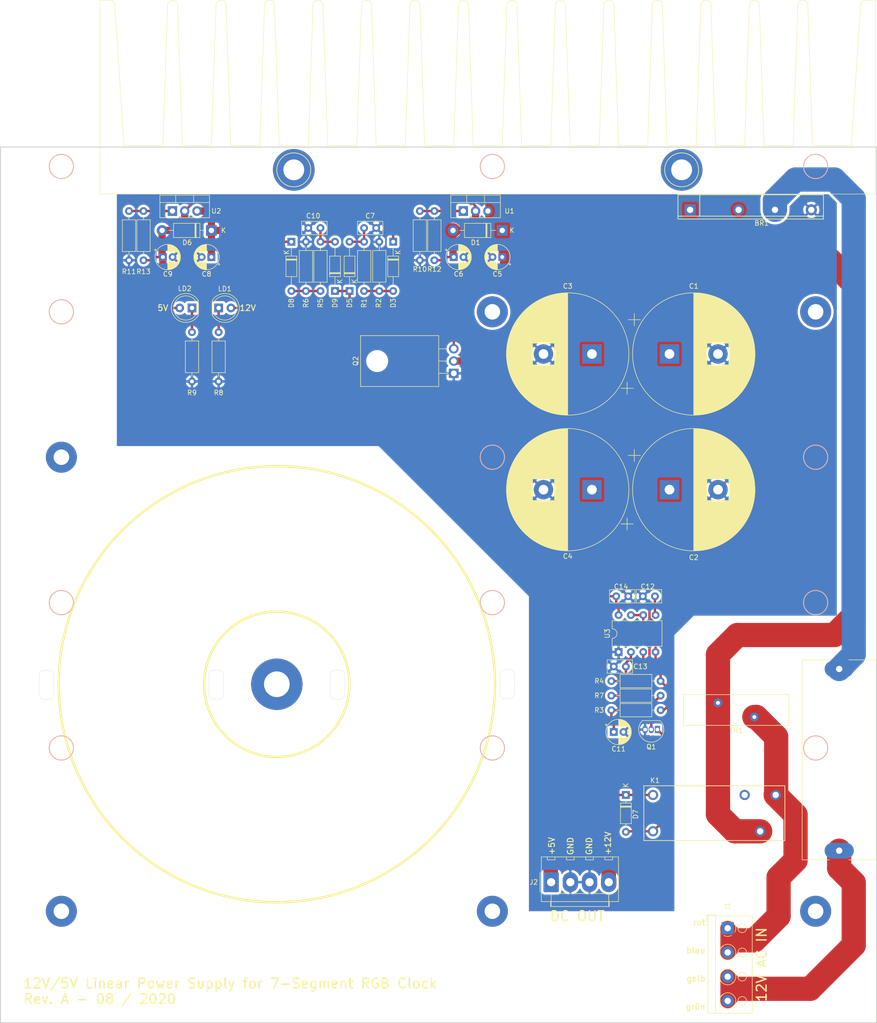
<source format=kicad_pcb>
(kicad_pcb (version 20171130) (host pcbnew "(5.1.4)-1")
  (layers (0 F.Cu signal) (31 B.Cu signal hide) (34 B.Paste user hide) (35 F.Paste user hide) (36 B.SilkS user hide) (37 F.SilkS user hide) (38 B.Mask user hide) (39 F.Mask user hide) (44 Edge.Cuts user))
  (net 0 "")
  (net 1 GND)
  (net 2 VDC)
  (net 3 +12V)
  (net 4 "Net-(C7-Pad1)")
  (net 5 +5V)
  (net 6 "Net-(C10-Pad1)")
  (net 7 "Net-(C11-Pad1)")
  (net 8 "Net-(C12-Pad1)")
  (net 9 "Net-(C13-Pad1)")
  (net 10 "Net-(D3-Pad2)")
  (net 11 "Net-(D7-Pad2)")
  (net 12 "Net-(D8-Pad2)")
  (net 13 "Net-(F1-Pad2)")
  (net 14 "Net-(Q1-Pad2)")
  (net 15 "Net-(R7-Pad1)")
  (net 16 "Net-(J1-Pad1)")
  (net 17 "Net-(BR1-Pad2)")
  (net 18 "Net-(BR1-Pad3)")
  (net 19 "Net-(LD1-Pad1)")
  (net 20 "Net-(LD2-Pad1)")
  (net 21 "Net-(R10-Pad1)")
  (net 22 "Net-(R11-Pad1)")
  (net 23 "Net-(D5-Pad1)")
  (net 24 "Net-(H1-Pad1)")
  (net 25 "Net-(H2-Pad1)")
  (net 26 "Net-(H3-Pad1)")
  (net 27 "Net-(H5-Pad1)")
  (net 28 "Net-(H6-Pad1)")
  (net 29 "Net-(H7-Pad1)")
  (net 30 "Net-(H10-Pad1)")
  (net 31 "Net-(H11-Pad1)")
  (net 32 "Net-(H12-Pad1)")
  (net 33 "Net-(K1-Pad12)")
  (module ak:Molex_KK-396_A-41791-0004_1x04_P3.96mm_Vertical (layer F.Cu) (at 133.58 251)
    (fp_text reference J2 (at -3.58 0) (layer F.SilkS))
    (fp_text value Conn_01x04)
    (pad 1 thru_hole roundrect (at 0 0) (size 3.16 4.1) (drill 1.7) (layers *.Cu *.Mask) (roundrect_rratio 0.079114) (net 5 +5V))
    (pad 2 thru_hole oval (at 3.96 0) (size 3.16 4.1) (drill 1.7) (layers *.Cu *.Mask) (net 1 GND))
    (pad 3 thru_hole oval (at 7.92 0) (size 3.16 4.1) (drill 1.7) (layers *.Cu *.Mask) (net 1 GND))
    (pad 4 thru_hole oval (at 11.88 0) (size 3.16 4.1) (drill 1.7) (layers *.Cu *.Mask) (net 3 +12V))
  )
  (module Fuse:Fuseholder_Cylinder-6.3x32mm_Schurter_0031-8002_Horizontal_Open (layer F.Cu) (at 193 207 270)
    (fp_text reference F1 (at 18.85 -8.65 90) (layer F.SilkS))
    (fp_text value 6A)
    (pad 1 thru_hole oval (at 0 0 270) (size 3.25 6) (drill 1.3) (layers *.Cu *.Mask) (net 18 "Net-(BR1-Pad3)"))
    (pad 2 thru_hole oval (at 37.5 0 270) (size 3.25 6) (drill 1.3) (layers *.Cu *.Mask) (net 13 "Net-(F1-Pad2)"))
    (pad "" np_thru_hole circle (at 18.75 0 270) (size 3.2 3.2) (drill 3.2) (layers *.Cu *.Mask))
  )
  (module Package_TO_SOT_THT:TO-220F-3_Horizontal_TabDown (layer F.Cu) (at 113.5 146 90)
    (fp_text reference Q2 (at 2.54 -20.22 90) (layer F.SilkS))
    (fp_text value MCR72)
    (pad 3 thru_hole oval (at 5.08 0 90) (size 1.905 2) (drill 1.2) (layers *.Cu *.Mask) (net 23 "Net-(D5-Pad1)"))
    (pad 2 thru_hole oval (at 2.54 0 90) (size 1.905 2) (drill 1.2) (layers *.Cu *.Mask) (net 2 VDC))
    (pad 1 thru_hole rect (at 0 0 90) (size 1.905 2) (drill 1.2) (layers *.Cu *.Mask) (net 1 GND))
    (pad "" np_thru_hole oval (at 2.54 -15.8 90) (size 3.5 3.5) (drill 3.5) (layers *.Cu *.Mask))
  )
  (module ak:GBJ (layer F.Cu) (at 162.25 112.25)
    (fp_text reference BR1 (at 14.75 2.75) (layer F.SilkS))
    (fp_text value D_Bridge_+AA-)
    (pad 4 thru_hole circle (at 25 0) (size 2.3 2.3) (drill 1.3) (layers *.Cu *.Mask) (net 1 GND))
    (pad 3 thru_hole circle (at 17.5 0) (size 2.3 2.3) (drill 1.3) (layers *.Cu *.Mask) (net 18 "Net-(BR1-Pad3)"))
    (pad 2 thru_hole circle (at 10 0) (size 2.3 2.3) (drill 1.3) (layers *.Cu *.Mask) (net 17 "Net-(BR1-Pad2)"))
    (pad 1 thru_hole rect (at 0 0) (size 2.3 2.3) (drill 1.3) (layers *.Cu *.Mask) (net 2 VDC))
  )
  (module Resistor_THT:R_Axial_DIN0207_L6.3mm_D2.5mm_P10.16mm_Horizontal (layer F.Cu) (at 49.5 122.66 90)
    (fp_text reference R13 (at -2.34 0 180) (layer F.SilkS))
    (fp_text value DNP)
    (pad 2 thru_hole oval (at 10.16 0 90) (size 1.6 1.6) (drill 0.8) (layers *.Cu *.Mask) (net 22 "Net-(R11-Pad1)"))
    (pad 1 thru_hole circle (at 0 0 90) (size 1.6 1.6) (drill 0.8) (layers *.Cu *.Mask) (net 5 +5V))
  )
  (module Resistor_THT:R_Axial_DIN0207_L6.3mm_D2.5mm_P10.16mm_Horizontal (layer F.Cu) (at 109.5 122.66 90)
    (fp_text reference R12 (at -1.84 0 180) (layer F.SilkS))
    (fp_text value DNP)
    (pad 2 thru_hole oval (at 10.16 0 90) (size 1.6 1.6) (drill 0.8) (layers *.Cu *.Mask) (net 21 "Net-(R10-Pad1)"))
    (pad 1 thru_hole circle (at 0 0 90) (size 1.6 1.6) (drill 0.8) (layers *.Cu *.Mask) (net 3 +12V))
  )
  (module Resistor_THT:R_Axial_DIN0207_L6.3mm_D2.5mm_P10.16mm_Horizontal (layer F.Cu) (at 46.5 112.5 270)
    (fp_text reference R11 (at 12.5 0 180) (layer F.SilkS))
    (fp_text value 0R)
    (pad 2 thru_hole oval (at 10.16 0 270) (size 1.6 1.6) (drill 0.8) (layers *.Cu *.Mask) (net 1 GND))
    (pad 1 thru_hole circle (at 0 0 270) (size 1.6 1.6) (drill 0.8) (layers *.Cu *.Mask) (net 22 "Net-(R11-Pad1)"))
  )
  (module Resistor_THT:R_Axial_DIN0207_L6.3mm_D2.5mm_P10.16mm_Horizontal (layer F.Cu) (at 106.5 112.5 270)
    (fp_text reference R10 (at 12 0 180) (layer F.SilkS))
    (fp_text value 0R)
    (pad 2 thru_hole oval (at 10.16 0 270) (size 1.6 1.6) (drill 0.8) (layers *.Cu *.Mask) (net 1 GND))
    (pad 1 thru_hole circle (at 0 0 270) (size 1.6 1.6) (drill 0.8) (layers *.Cu *.Mask) (net 21 "Net-(R10-Pad1)"))
  )
  (module Resistor_THT:R_Axial_DIN0207_L6.3mm_D2.5mm_P10.16mm_Horizontal (layer F.Cu) (at 59.5 137.5 270)
    (fp_text reference R9 (at 12.5 0 180) (layer F.SilkS))
    (fp_text value 180R)
    (pad 2 thru_hole oval (at 10.16 0 270) (size 1.6 1.6) (drill 0.8) (layers *.Cu *.Mask) (net 1 GND))
    (pad 1 thru_hole circle (at 0 0 270) (size 1.6 1.6) (drill 0.8) (layers *.Cu *.Mask) (net 20 "Net-(LD2-Pad1)"))
  )
  (module Resistor_THT:R_Axial_DIN0207_L6.3mm_D2.5mm_P10.16mm_Horizontal (layer F.Cu) (at 65 137.5 270)
    (fp_text reference R8 (at 12.5 0 180) (layer F.SilkS))
    (fp_text value 560R)
    (pad 2 thru_hole oval (at 10.16 0 270) (size 1.6 1.6) (drill 0.8) (layers *.Cu *.Mask) (net 1 GND))
    (pad 1 thru_hole circle (at 0 0 270) (size 1.6 1.6) (drill 0.8) (layers *.Cu *.Mask) (net 19 "Net-(LD1-Pad1)"))
  )
  (module LED_THT:LED_D5.0mm (layer F.Cu) (at 59.5 132.5 180)
    (fp_text reference LD2 (at 1.5 4) (layer F.SilkS))
    (fp_text value LED)
    (pad 2 thru_hole circle (at 2.54 0 180) (size 1.8 1.8) (drill 0.9) (layers *.Cu *.Mask) (net 5 +5V))
    (pad 1 thru_hole rect (at 0 0 180) (size 1.8 1.8) (drill 0.9) (layers *.Cu *.Mask) (net 20 "Net-(LD2-Pad1)"))
  )
  (module LED_THT:LED_D5.0mm (layer F.Cu) (at 65 132.5)
    (fp_text reference LD1 (at 1.27 -3.96) (layer F.SilkS))
    (fp_text value LED)
    (pad 2 thru_hole circle (at 2.54 0) (size 1.8 1.8) (drill 0.9) (layers *.Cu *.Mask) (net 3 +12V))
    (pad 1 thru_hole rect (at 0 0) (size 1.8 1.8) (drill 0.9) (layers *.Cu *.Mask) (net 19 "Net-(LD1-Pad1)"))
  )
  (module ak:lemonhead (layer F.Cu) (at 137 119)
    (fp_text reference LOGO1 hide)
    (fp_text value Lemonhead hide)
  )
  (module TerminalBlock_RND:TerminalBlock_RND_205-00003_1x04_P5.00mm_Horizontal (layer F.Cu) (at 170 260.5 270)
    (fp_text reference J1 (at -4.5 0 90) (layer F.SilkS))
    (fp_text value Screw_Terminal_01x04)
    (pad 4 thru_hole circle (at 15 0 270) (size 2.5 2.5) (drill 1.3) (layers *.Cu *.Mask) (net 13 "Net-(F1-Pad2)"))
    (pad 3 thru_hole circle (at 10 0 270) (size 2.5 2.5) (drill 1.3) (layers *.Cu *.Mask) (net 13 "Net-(F1-Pad2)"))
    (pad 2 thru_hole circle (at 5 0 270) (size 2.5 2.5) (drill 1.3) (layers *.Cu *.Mask) (net 16 "Net-(J1-Pad1)"))
    (pad 1 thru_hole rect (at 0 0 270) (size 2.5 2.5) (drill 1.3) (layers *.Cu *.Mask) (net 16 "Net-(J1-Pad1)"))
  )
  (module Capacitor_THT:C_Disc_D5.0mm_W2.5mm_P2.50mm (layer F.Cu) (at 147 192)
    (fp_text reference C14 (at 1 -2) (layer F.SilkS))
    (fp_text value 100nF)
    (pad 2 thru_hole circle (at 2.5 0) (size 1.6 1.6) (drill 0.8) (layers *.Cu *.Mask) (net 1 GND))
    (pad 1 thru_hole circle (at 0 0) (size 1.6 1.6) (drill 0.8) (layers *.Cu *.Mask) (net 3 +12V))
  )
  (module Diode_THT:D_DO-35_SOD27_P10.16mm_Horizontal (layer F.Cu) (at 89 129 90)
    (fp_text reference D9 (at -2.5 0 90) (layer F.SilkS))
    (fp_text value 1N4148)
    (fp_text user K (at 2 1 90) (layer F.SilkS))
    (pad 2 thru_hole oval (at 10.16 0 90) (size 1.6 1.6) (drill 0.8) (layers *.Cu *.Mask) (net 6 "Net-(C10-Pad1)"))
    (pad 1 thru_hole rect (at 0 0 90) (size 1.6 1.6) (drill 0.8) (layers *.Cu *.Mask) (net 23 "Net-(D5-Pad1)"))
  )
  (module Diode_THT:D_DO-35_SOD27_P10.16mm_Horizontal (layer F.Cu) (at 80 118.84 270)
    (fp_text reference D8 (at 12.66 0 90) (layer F.SilkS))
    (fp_text value 4V7)
    (fp_text user K (at 2.16 1 90) (layer F.SilkS))
    (pad 2 thru_hole oval (at 10.16 0 270) (size 1.6 1.6) (drill 0.8) (layers *.Cu *.Mask) (net 12 "Net-(D8-Pad2)"))
    (pad 1 thru_hole rect (at 0 0 270) (size 1.6 1.6) (drill 0.8) (layers *.Cu *.Mask) (net 5 +5V))
  )
  (module Diode_THT:D_DO-35_SOD27_P10.16mm_Horizontal (layer F.Cu) (at 92 129 90)
    (fp_text reference D5 (at -2.5 0 90) (layer F.SilkS))
    (fp_text value 1N4148)
    (fp_text user K (at 2 1 90) (layer F.SilkS))
    (pad 2 thru_hole oval (at 10.16 0 90) (size 1.6 1.6) (drill 0.8) (layers *.Cu *.Mask) (net 4 "Net-(C7-Pad1)"))
    (pad 1 thru_hole rect (at 0 0 90) (size 1.6 1.6) (drill 0.8) (layers *.Cu *.Mask) (net 23 "Net-(D5-Pad1)"))
  )
  (module Diode_THT:D_DO-35_SOD27_P10.16mm_Horizontal (layer F.Cu) (at 101 118.84 270)
    (fp_text reference D3 (at 12.66 0 90) (layer F.SilkS))
    (fp_text value 12V)
    (fp_text user K (at 2.16 -1 90) (layer F.SilkS))
    (pad 2 thru_hole oval (at 10.16 0 270) (size 1.6 1.6) (drill 0.8) (layers *.Cu *.Mask) (net 10 "Net-(D3-Pad2)"))
    (pad 1 thru_hole rect (at 0 0 270) (size 1.6 1.6) (drill 0.8) (layers *.Cu *.Mask) (net 3 +12V))
  )
  (module Diode_THT:D_DO-35_SOD27_P7.62mm_Horizontal (layer F.Cu) (at 149 233 270)
    (fp_text reference D7 (at 4 -2 90) (layer F.SilkS))
    (fp_text value 1N4148)
    (fp_text user K (at -2 0 90) (layer F.SilkS))
    (pad 2 thru_hole oval (at 7.62 0 270) (size 1.6 1.6) (drill 0.8) (layers *.Cu *.Mask) (net 11 "Net-(D7-Pad2)"))
    (pad 1 thru_hole rect (at 0 0 270) (size 1.6 1.6) (drill 0.8) (layers *.Cu *.Mask) (net 3 +12V))
  )
  (module MountingHole:MountingHole_5.3mm_M5_Pad (layer F.Cu) (at 77 210.15)
    (fp_text reference H12 hide)
    (fp_text value MountingHole_Pad)
    (pad 1 thru_hole circle (at 0 0) (size 10.6 10.6) (drill 5.3) (layers *.Cu *.Mask) (net 32 "Net-(H12-Pad1)"))
  )
  (module MountingHole:MountingHole_4.3mm_M4_Pad (layer F.Cu) (at 160.5 104)
    (fp_text reference H11 hide)
    (fp_text value MountingHole_Pad)
    (pad 1 thru_hole circle (at 0 0) (size 8.6 8.6) (drill 4.3) (layers *.Cu *.Mask) (net 31 "Net-(H11-Pad1)"))
  )
  (module MountingHole:MountingHole_4.3mm_M4_Pad (layer F.Cu) (at 80.5 104)
    (fp_text reference H10 hide)
    (fp_text value MountingHole_Pad)
    (pad 1 thru_hole circle (at 0 0) (size 8.6 8.6) (drill 4.3) (layers *.Cu *.Mask) (net 30 "Net-(H10-Pad1)"))
  )
  (module MountingHole:MountingHole_3.2mm_M3_Pad (layer F.Cu) (at 32.56 163.3)
    (fp_text reference H7 hide)
    (fp_text value MountingHole_Pad)
    (pad 1 thru_hole circle (at 0 0) (size 6.4 6.4) (drill 3.2) (layers *.Cu *.Mask) (net 29 "Net-(H7-Pad1)"))
  )
  (module MountingHole:MountingHole_3.2mm_M3_Pad (layer F.Cu) (at 121.46 133.3)
    (fp_text reference H6 hide)
    (fp_text value MountingHole_Pad)
    (pad 1 thru_hole circle (at 0 0) (size 6.4 6.4) (drill 3.2) (layers *.Cu *.Mask) (net 28 "Net-(H6-Pad1)"))
  )
  (module MountingHole:MountingHole_3.2mm_M3_Pad (layer F.Cu) (at 188.14 133.3)
    (fp_text reference H5 hide)
    (fp_text value MountingHole_Pad)
    (pad 1 thru_hole circle (at 0 0) (size 6.4 6.4) (drill 3.2) (layers *.Cu *.Mask) (net 27 "Net-(H5-Pad1)"))
  )
  (module MountingHole:MountingHole_3.2mm_M3_Pad (layer F.Cu) (at 188.14 257)
    (fp_text reference H3 hide)
    (fp_text value MountingHole_Pad)
    (pad 1 thru_hole circle (at 0 0) (size 6.4 6.4) (drill 3.2) (layers *.Cu *.Mask) (net 26 "Net-(H3-Pad1)"))
  )
  (module MountingHole:MountingHole_3.2mm_M3_Pad (layer F.Cu) (at 121.46 257)
    (fp_text reference H2 hide)
    (fp_text value MountingHole_Pad)
    (pad 1 thru_hole circle (at 0 0) (size 6.4 6.4) (drill 3.2) (layers *.Cu *.Mask) (net 25 "Net-(H2-Pad1)"))
  )
  (module MountingHole:MountingHole_3.2mm_M3_Pad (layer F.Cu) (at 32.56 257)
    (fp_text reference H1 hide)
    (fp_text value MountingHole_Pad)
    (pad 1 thru_hole circle (at 0 0) (size 6.4 6.4) (drill 3.2) (layers *.Cu *.Mask) (net 24 "Net-(H1-Pad1)"))
  )
  (module ak:HS-160x50 (layer F.Cu) (at 40.5 109)
    (fp_text reference HS1 hide)
    (fp_text value Heatsink)
  )
  (module Package_DIP:DIP-8_W7.62mm (layer F.Cu) (at 147.5 203.5 90)
    (fp_text reference U3 (at 3.81 -2.33 90) (layer F.SilkS))
    (fp_text value NE555P)
    (pad 8 thru_hole oval (at 7.62 0 90) (size 1.6 1.6) (drill 0.8) (layers *.Cu *.Mask) (net 3 +12V))
    (pad 4 thru_hole oval (at 0 7.62 90) (size 1.6 1.6) (drill 0.8) (layers *.Cu *.Mask) (net 3 +12V))
    (pad 7 thru_hole oval (at 7.62 2.54 90) (size 1.6 1.6) (drill 0.8) (layers *.Cu *.Mask) (net 7 "Net-(C11-Pad1)"))
    (pad 3 thru_hole oval (at 0 5.08 90) (size 1.6 1.6) (drill 0.8) (layers *.Cu *.Mask) (net 15 "Net-(R7-Pad1)"))
    (pad 6 thru_hole oval (at 7.62 5.08 90) (size 1.6 1.6) (drill 0.8) (layers *.Cu *.Mask) (net 7 "Net-(C11-Pad1)"))
    (pad 2 thru_hole oval (at 0 2.54 90) (size 1.6 1.6) (drill 0.8) (layers *.Cu *.Mask) (net 9 "Net-(C13-Pad1)"))
    (pad 5 thru_hole oval (at 7.62 7.62 90) (size 1.6 1.6) (drill 0.8) (layers *.Cu *.Mask) (net 8 "Net-(C12-Pad1)"))
    (pad 1 thru_hole rect (at 0 0 90) (size 1.6 1.6) (drill 0.8) (layers *.Cu *.Mask) (net 1 GND))
  )
  (module Package_TO_SOT_THT:TO-220-3_Vertical (layer F.Cu) (at 55.46 112.5)
    (fp_text reference U2 (at 9.04 0) (layer F.SilkS))
    (fp_text value LM1084-5)
    (pad 3 thru_hole oval (at 5.08 0) (size 1.905 2) (drill 1.1) (layers *.Cu *.Mask) (net 3 +12V))
    (pad 2 thru_hole oval (at 2.54 0) (size 1.905 2) (drill 1.1) (layers *.Cu *.Mask) (net 5 +5V))
    (pad 1 thru_hole rect (at 0 0) (size 1.905 2) (drill 1.1) (layers *.Cu *.Mask) (net 22 "Net-(R11-Pad1)"))
  )
  (module Package_TO_SOT_THT:TO-220-3_Vertical (layer F.Cu) (at 115.46 112.5)
    (fp_text reference U1 (at 9.54 0) (layer F.SilkS))
    (fp_text value LM1084-12)
    (pad 3 thru_hole oval (at 5.08 0) (size 1.905 2) (drill 1.1) (layers *.Cu *.Mask) (net 2 VDC))
    (pad 2 thru_hole oval (at 2.54 0) (size 1.905 2) (drill 1.1) (layers *.Cu *.Mask) (net 3 +12V))
    (pad 1 thru_hole rect (at 0 0) (size 1.905 2) (drill 1.1) (layers *.Cu *.Mask) (net 21 "Net-(R10-Pad1)"))
  )
  (module Varistor:RV_Disc_D21.5mm_W6.1mm_P7.5mm (layer F.Cu) (at 168 214)
    (fp_text reference TH1 (at 3.75 5.7) (layer F.SilkS))
    (fp_text value 5R)
    (pad 2 thru_hole circle (at 7.5 2.9) (size 1.8 1.8) (drill 0.8) (layers *.Cu *.Mask) (net 16 "Net-(J1-Pad1)"))
    (pad 1 thru_hole circle (at 0 0) (size 1.8 1.8) (drill 0.8) (layers *.Cu *.Mask) (net 17 "Net-(BR1-Pad2)"))
  )
  (module Resistor_THT:R_Axial_DIN0207_L6.3mm_D2.5mm_P10.16mm_Horizontal (layer F.Cu) (at 146 212.5)
    (fp_text reference R7 (at -2.5 0) (layer F.SilkS))
    (fp_text value 10k)
    (pad 1 thru_hole circle (at 0 0) (size 1.6 1.6) (drill 0.8) (layers *.Cu *.Mask) (net 15 "Net-(R7-Pad1)"))
    (pad 2 thru_hole oval (at 10.16 0) (size 1.6 1.6) (drill 0.8) (layers *.Cu *.Mask) (net 14 "Net-(Q1-Pad2)"))
  )
  (module Resistor_THT:R_Axial_DIN0207_L6.3mm_D2.5mm_P10.16mm_Horizontal (layer F.Cu) (at 83 129 90)
    (fp_text reference R6 (at -2.5 0 90) (layer F.SilkS))
    (fp_text value 470R)
    (pad 2 thru_hole oval (at 10.16 0 90) (size 1.6 1.6) (drill 0.8) (layers *.Cu *.Mask) (net 1 GND))
    (pad 1 thru_hole circle (at 0 0 90) (size 1.6 1.6) (drill 0.8) (layers *.Cu *.Mask) (net 12 "Net-(D8-Pad2)"))
  )
  (module Resistor_THT:R_Axial_DIN0207_L6.3mm_D2.5mm_P10.16mm_Horizontal (layer F.Cu) (at 156.16 209.5 180)
    (fp_text reference R4 (at 12.66 0) (layer F.SilkS))
    (fp_text value 100k)
    (pad 2 thru_hole oval (at 10.16 0 180) (size 1.6 1.6) (drill 0.8) (layers *.Cu *.Mask) (net 9 "Net-(C13-Pad1)"))
    (pad 1 thru_hole circle (at 0 0 180) (size 1.6 1.6) (drill 0.8) (layers *.Cu *.Mask) (net 3 +12V))
  )
  (module Resistor_THT:R_Axial_DIN0207_L6.3mm_D2.5mm_P10.16mm_Horizontal (layer F.Cu) (at 156.16 215.5 180)
    (fp_text reference R3 (at 12.66 0) (layer F.SilkS))
    (fp_text value 330k)
    (pad 2 thru_hole oval (at 10.16 0 180) (size 1.6 1.6) (drill 0.8) (layers *.Cu *.Mask) (net 7 "Net-(C11-Pad1)"))
    (pad 1 thru_hole circle (at 0 0 180) (size 1.6 1.6) (drill 0.8) (layers *.Cu *.Mask) (net 3 +12V))
  )
  (module Resistor_THT:R_Axial_DIN0207_L6.3mm_D2.5mm_P10.16mm_Horizontal (layer F.Cu) (at 86 118.84 270)
    (fp_text reference R5 (at 12.66 0 90) (layer F.SilkS))
    (fp_text value 100R)
    (pad 2 thru_hole oval (at 10.16 0 270) (size 1.6 1.6) (drill 0.8) (layers *.Cu *.Mask) (net 12 "Net-(D8-Pad2)"))
    (pad 1 thru_hole circle (at 0 0 270) (size 1.6 1.6) (drill 0.8) (layers *.Cu *.Mask) (net 6 "Net-(C10-Pad1)"))
  )
  (module Resistor_THT:R_Axial_DIN0207_L6.3mm_D2.5mm_P10.16mm_Horizontal (layer F.Cu) (at 98.14 129 90)
    (fp_text reference R2 (at -2.5 -0.14 90) (layer F.SilkS))
    (fp_text value 470R)
    (pad 1 thru_hole circle (at 0 0 90) (size 1.6 1.6) (drill 0.8) (layers *.Cu *.Mask) (net 10 "Net-(D3-Pad2)"))
    (pad 2 thru_hole oval (at 10.16 0 90) (size 1.6 1.6) (drill 0.8) (layers *.Cu *.Mask) (net 1 GND))
  )
  (module Resistor_THT:R_Axial_DIN0207_L6.3mm_D2.5mm_P10.16mm_Horizontal (layer F.Cu) (at 95 118.84 270)
    (fp_text reference R1 (at 12.66 0 90) (layer F.SilkS))
    (fp_text value 100R)
    (pad 2 thru_hole oval (at 10.16 0 270) (size 1.6 1.6) (drill 0.8) (layers *.Cu *.Mask) (net 10 "Net-(D3-Pad2)"))
    (pad 1 thru_hole circle (at 0 0 270) (size 1.6 1.6) (drill 0.8) (layers *.Cu *.Mask) (net 4 "Net-(C7-Pad1)"))
  )
  (module Package_TO_SOT_THT:TO-92_Inline (layer F.Cu) (at 155.5 219.5 180)
    (fp_text reference Q1 (at 1.27 -3.56) (layer F.SilkS))
    (fp_text value BC548)
    (pad 1 thru_hole rect (at 0 0 180) (size 1.05 1.5) (drill 0.75) (layers *.Cu *.Mask) (net 11 "Net-(D7-Pad2)"))
    (pad 3 thru_hole oval (at 2.54 0 180) (size 1.05 1.5) (drill 0.75) (layers *.Cu *.Mask) (net 1 GND))
    (pad 2 thru_hole oval (at 1.27 0 180) (size 1.05 1.5) (drill 0.75) (layers *.Cu *.Mask) (net 14 "Net-(Q1-Pad2)"))
  )
  (module ak:RY611012 (layer F.Cu) (at 173.5 233)
    (fp_text reference K1 (at -18.5 -3) (layer F.SilkS))
    (fp_text value RY611012)
    (pad A1 thru_hole circle (at -18.9 7.5) (size 2.1 2.1) (drill 1.3) (layers *.Cu *.Mask) (net 11 "Net-(D7-Pad2)"))
    (pad A2 thru_hole circle (at -18.9 0) (size 2.1 2.1) (drill 1.3) (layers *.Cu *.Mask) (net 3 +12V))
    (pad 11 thru_hole circle (at 3.2 7.5) (size 2.1 2.1) (drill 1.3) (layers *.Cu *.Mask) (net 17 "Net-(BR1-Pad2)"))
    (pad 14 thru_hole circle (at 6.4 0) (size 2.1 2.1) (drill 1.3) (layers *.Cu *.Mask) (net 16 "Net-(J1-Pad1)"))
    (pad 12 thru_hole circle (at 0 0) (size 2.1 2.1) (drill 1.3) (layers *.Cu *.Mask) (net 33 "Net-(K1-Pad12)"))
  )
  (module Diode_THT:D_DO-41_SOD81_P10.16mm_Horizontal (layer F.Cu) (at 63.5 116.5 180)
    (fp_text reference D6 (at 5 -2.5) (layer F.SilkS))
    (fp_text value 1N5819)
    (fp_text user K (at -2.5 0) (layer F.SilkS))
    (pad 2 thru_hole oval (at 10.16 0 180) (size 2.2 2.2) (drill 1.1) (layers *.Cu *.Mask) (net 5 +5V))
    (pad 1 thru_hole rect (at 0 0 180) (size 2.2 2.2) (drill 1.1) (layers *.Cu *.Mask) (net 3 +12V))
  )
  (module Diode_THT:D_DO-41_SOD81_P10.16mm_Horizontal (layer F.Cu) (at 123.5 116.5 180)
    (fp_text reference D1 (at 5.5 -2.5) (layer F.SilkS))
    (fp_text value 1N5819)
    (fp_text user K (at -2 0) (layer F.SilkS))
    (pad 2 thru_hole oval (at 10.16 0 180) (size 2.2 2.2) (drill 1.1) (layers *.Cu *.Mask) (net 3 +12V))
    (pad 1 thru_hole rect (at 0 0 180) (size 2.2 2.2) (drill 1.1) (layers *.Cu *.Mask) (net 2 VDC))
  )
  (module Capacitor_THT:C_Disc_D5.0mm_W2.5mm_P2.50mm (layer F.Cu) (at 149 206.5 180)
    (fp_text reference C13 (at -3 0) (layer F.SilkS))
    (fp_text value 100nF)
    (pad 2 thru_hole circle (at 2.5 0 180) (size 1.6 1.6) (drill 0.8) (layers *.Cu *.Mask) (net 1 GND))
    (pad 1 thru_hole circle (at 0 0 180) (size 1.6 1.6) (drill 0.8) (layers *.Cu *.Mask) (net 9 "Net-(C13-Pad1)"))
  )
  (module Capacitor_THT:C_Disc_D5.0mm_W2.5mm_P2.50mm (layer F.Cu) (at 155 192 180)
    (fp_text reference C12 (at 1.5 2) (layer F.SilkS))
    (fp_text value 100nF)
    (pad 2 thru_hole circle (at 2.5 0 180) (size 1.6 1.6) (drill 0.8) (layers *.Cu *.Mask) (net 1 GND))
    (pad 1 thru_hole circle (at 0 0 180) (size 1.6 1.6) (drill 0.8) (layers *.Cu *.Mask) (net 8 "Net-(C12-Pad1)"))
  )
  (module Capacitor_THT:CP_Radial_D5.0mm_P2.00mm (layer F.Cu) (at 146.5 220)
    (fp_text reference C11 (at 1 3.5) (layer F.SilkS))
    (fp_text value 10uF)
    (pad 2 thru_hole circle (at 2 0) (size 1.6 1.6) (drill 0.8) (layers *.Cu *.Mask) (net 1 GND))
    (pad 1 thru_hole rect (at 0 0) (size 1.6 1.6) (drill 0.8) (layers *.Cu *.Mask) (net 7 "Net-(C11-Pad1)"))
  )
  (module Capacitor_THT:C_Disc_D5.0mm_W2.5mm_P2.50mm (layer F.Cu) (at 86 116 180)
    (fp_text reference C10 (at 1.5 2.5) (layer F.SilkS))
    (fp_text value 100nF)
    (pad 2 thru_hole circle (at 2.5 0 180) (size 1.6 1.6) (drill 0.8) (layers *.Cu *.Mask) (net 1 GND))
    (pad 1 thru_hole circle (at 0 0 180) (size 1.6 1.6) (drill 0.8) (layers *.Cu *.Mask) (net 6 "Net-(C10-Pad1)"))
  )
  (module Capacitor_THT:CP_Radial_D5.0mm_P2.00mm (layer F.Cu) (at 53.5 122)
    (fp_text reference C9 (at 1 3.5) (layer F.SilkS))
    (fp_text value 10uF)
    (pad 2 thru_hole circle (at 2 0) (size 1.6 1.6) (drill 0.8) (layers *.Cu *.Mask) (net 1 GND))
    (pad 1 thru_hole rect (at 0 0) (size 1.6 1.6) (drill 0.8) (layers *.Cu *.Mask) (net 5 +5V))
  )
  (module Capacitor_THT:CP_Radial_D5.0mm_P2.00mm (layer F.Cu) (at 63.5 122 180)
    (fp_text reference C8 (at 1 -3.5) (layer F.SilkS))
    (fp_text value 10uF)
    (pad 2 thru_hole circle (at 2 0 180) (size 1.6 1.6) (drill 0.8) (layers *.Cu *.Mask) (net 1 GND))
    (pad 1 thru_hole rect (at 0 0 180) (size 1.6 1.6) (drill 0.8) (layers *.Cu *.Mask) (net 3 +12V))
  )
  (module Capacitor_THT:C_Disc_D5.0mm_W2.5mm_P2.50mm (layer F.Cu) (at 95 116)
    (fp_text reference C7 (at 1.25 -2.5) (layer F.SilkS))
    (fp_text value 100nF)
    (pad 2 thru_hole circle (at 2.5 0) (size 1.6 1.6) (drill 0.8) (layers *.Cu *.Mask) (net 1 GND))
    (pad 1 thru_hole circle (at 0 0) (size 1.6 1.6) (drill 0.8) (layers *.Cu *.Mask) (net 4 "Net-(C7-Pad1)"))
  )
  (module Capacitor_THT:CP_Radial_D5.0mm_P2.00mm (layer F.Cu) (at 113.5 122)
    (fp_text reference C6 (at 1 3.5) (layer F.SilkS))
    (fp_text value 10uF)
    (pad 2 thru_hole circle (at 2 0) (size 1.6 1.6) (drill 0.8) (layers *.Cu *.Mask) (net 1 GND))
    (pad 1 thru_hole rect (at 0 0) (size 1.6 1.6) (drill 0.8) (layers *.Cu *.Mask) (net 3 +12V))
  )
  (module Capacitor_THT:CP_Radial_D5.0mm_P2.00mm (layer F.Cu) (at 123.5 122 180)
    (fp_text reference C5 (at 1 -3.5) (layer F.SilkS))
    (fp_text value 10uF)
    (pad 2 thru_hole circle (at 2 0 180) (size 1.6 1.6) (drill 0.8) (layers *.Cu *.Mask) (net 1 GND))
    (pad 1 thru_hole rect (at 0 0 180) (size 1.6 1.6) (drill 0.8) (layers *.Cu *.Mask) (net 2 VDC))
  )
  (module Capacitor_THT:CP_Radial_D25.0mm_P10.00mm_SnapIn (layer F.Cu) (at 142 170 180)
    (fp_text reference C4 (at 5 -13.75) (layer F.SilkS))
    (fp_text value 4700uF)
    (pad 2 thru_hole circle (at 10 0 180) (size 4 4) (drill 2) (layers *.Cu *.Mask) (net 1 GND))
    (pad 1 thru_hole rect (at 0 0 180) (size 4 4) (drill 2) (layers *.Cu *.Mask) (net 2 VDC))
  )
  (module Capacitor_THT:CP_Radial_D25.0mm_P10.00mm_SnapIn (layer F.Cu) (at 142 142 180)
    (fp_text reference C3 (at 5 14) (layer F.SilkS))
    (fp_text value 4700uF)
    (pad 2 thru_hole circle (at 10 0 180) (size 4 4) (drill 2) (layers *.Cu *.Mask) (net 1 GND))
    (pad 1 thru_hole rect (at 0 0 180) (size 4 4) (drill 2) (layers *.Cu *.Mask) (net 2 VDC))
  )
  (module Capacitor_THT:CP_Radial_D25.0mm_P10.00mm_SnapIn (layer F.Cu) (at 158 170)
    (fp_text reference C2 (at 5 14) (layer F.SilkS))
    (fp_text value 4700uF)
    (pad 2 thru_hole circle (at 10 0) (size 4 4) (drill 2) (layers *.Cu *.Mask) (net 1 GND))
    (pad 1 thru_hole rect (at 0 0) (size 4 4) (drill 2) (layers *.Cu *.Mask) (net 2 VDC))
  )
  (module Capacitor_THT:CP_Radial_D25.0mm_P10.00mm_SnapIn (layer F.Cu) (at 158 142)
    (fp_text reference C1 (at 5 -14) (layer F.SilkS))
    (fp_text value 4700uF)
    (pad 2 thru_hole circle (at 10 0) (size 4 4) (drill 2) (layers *.Cu *.Mask) (net 1 GND))
    (pad 1 thru_hole rect (at 0 0) (size 4 4) (drill 2) (layers *.Cu *.Mask) (net 2 VDC))
  )
  (gr_text 12V (at 71 132.5) (layer F.SilkS) (effects (font (size 1.2 1.2) (thickness 0.2))))
  (gr_text 5V (at 53.5 132.5) (layer F.SilkS) (effects (font (size 1.2 1.2) (thickness 0.2))))
  (gr_text "12V/5V Linear Power Supply for 7-Segment RGB Clock\nRev. A - 08 / 2020" (at 24.5 273.5) (layer F.SilkS) (effects (font (size 2 2) (thickness 0.3)) (justify left)))
  (gr_text "DC OUT" (at 139 258) (layer F.SilkS) (effects (font (size 2 2) (thickness 0.3))))
  (gr_text "12V AC IN" (at 177 268 90) (layer F.SilkS) (effects (font (size 2 2) (thickness 0.3))))
  (gr_text "+5V\n\nGND\n\nGND\n\n+12V" (at 139.5 245.5 90) (layer F.SilkS) (effects (font (size 1.2 1.2) (thickness 0.2)) (justify left)))
  (gr_text "rot\n\n\nblau\n\n\ngelb\n\n\ngrün" (at 165.5 268) (layer F.SilkS) (effects (font (size 1.2 1.2) (thickness 0.2)) (justify right)))
  (gr_circle (center 121.46 103.3) (end 123.96 103.3) (layer B.SilkS) (width 0.2))
  (gr_circle (center 32.56 193.3) (end 35.06 193.3) (layer B.SilkS) (width 0.2))
  (gr_circle (center 188.14 103.300001) (end 190.64 103.300001) (layer B.SilkS) (width 0.2))
  (gr_circle (center 188.14 193.300001) (end 190.64 193.300001) (layer B.SilkS) (width 0.2))
  (gr_circle (center 32.56 133.3) (end 35.06 133.3) (layer B.SilkS) (width 0.2))
  (gr_circle (center 188.14 163.300001) (end 190.64 163.300001) (layer B.SilkS) (width 0.2))
  (gr_circle (center 121.46 223.3) (end 123.96 223.3) (layer B.SilkS) (width 0.2))
  (gr_circle (center 121.46 193.3) (end 123.96 193.3) (layer B.SilkS) (width 0.2))
  (gr_circle (center 188.14 223.300001) (end 190.64 223.300001) (layer B.SilkS) (width 0.2))
  (gr_circle (center 32.56 103.3) (end 35.06 103.3) (layer B.SilkS) (width 0.2))
  (gr_circle (center 32.56 223.3) (end 35.06 223.3) (layer B.SilkS) (width 0.2))
  (gr_circle (center 121.46 163.3) (end 123.96 163.3) (layer B.SilkS) (width 0.2))
  (gr_arc (start 30 212.3) (end 30 213.3) (angle -90) (layer Edge.Cuts) (width 0.05))
  (gr_line (start 30 213.3) (end 29 213.3) (layer Edge.Cuts) (width 0.05))
  (gr_line (start 31 208.3) (end 31 212.3) (layer Edge.Cuts) (width 0.05))
  (gr_arc (start 29 212.3) (end 28 212.3) (angle -90) (layer Edge.Cuts) (width 0.05))
  (gr_line (start 28 212.3) (end 28 208.3) (layer Edge.Cuts) (width 0.05))
  (gr_arc (start 29 208.3) (end 29 207.3) (angle -90) (layer Edge.Cuts) (width 0.05))
  (gr_line (start 29 207.3) (end 30 207.3) (layer Edge.Cuts) (width 0.05))
  (gr_arc (start 30 208.3) (end 31 208.3) (angle -90) (layer Edge.Cuts) (width 0.05))
  (gr_line (start 123 212.15) (end 123 208.15) (layer Edge.Cuts) (width 0.05))
  (gr_line (start 126 208.15) (end 126 212.15) (layer Edge.Cuts) (width 0.05))
  (gr_arc (start 125 212.15) (end 125 213.15) (angle -90) (layer Edge.Cuts) (width 0.05))
  (gr_arc (start 124 212.15) (end 123 212.15) (angle -90) (layer Edge.Cuts) (width 0.05))
  (gr_line (start 124 207.15) (end 125 207.15) (layer Edge.Cuts) (width 0.05))
  (gr_line (start 125 213.15) (end 124 213.15) (layer Edge.Cuts) (width 0.05))
  (gr_arc (start 124 208.15) (end 124 207.15) (angle -90) (layer Edge.Cuts) (width 0.05))
  (gr_arc (start 125 208.15) (end 126 208.15) (angle -90) (layer Edge.Cuts) (width 0.05))
  (gr_line (start 66 208.25) (end 66 212.25) (layer Edge.Cuts) (width 0.05))
  (gr_line (start 63 212.25) (end 63 208.25) (layer Edge.Cuts) (width 0.05))
  (gr_arc (start 64 208.25) (end 64 207.25) (angle -90) (layer Edge.Cuts) (width 0.05))
  (gr_arc (start 65 208.25) (end 66 208.25) (angle -90) (layer Edge.Cuts) (width 0.05))
  (gr_line (start 65 213.25) (end 64 213.25) (layer Edge.Cuts) (width 0.05))
  (gr_line (start 64 207.25) (end 65 207.25) (layer Edge.Cuts) (width 0.05))
  (gr_arc (start 65 212.25) (end 65 213.25) (angle -90) (layer Edge.Cuts) (width 0.05))
  (gr_arc (start 64 212.25) (end 63 212.25) (angle -90) (layer Edge.Cuts) (width 0.05))
  (gr_line (start 89 207.25) (end 90 207.25) (layer Edge.Cuts) (width 0.05))
  (gr_line (start 88 212.25) (end 88 208.25) (layer Edge.Cuts) (width 0.05))
  (gr_line (start 90 213.25) (end 89 213.25) (layer Edge.Cuts) (width 0.05))
  (gr_line (start 91 208.25) (end 91 212.25) (layer Edge.Cuts) (width 0.05))
  (gr_arc (start 90 212.25) (end 90 213.25) (angle -90) (layer Edge.Cuts) (width 0.05))
  (gr_arc (start 89 212.25) (end 88 212.25) (angle -90) (layer Edge.Cuts) (width 0.05))
  (gr_arc (start 90 208.25) (end 91 208.25) (angle -90) (layer Edge.Cuts) (width 0.05))
  (gr_arc (start 89 208.25) (end 89 207.25) (angle -90) (layer Edge.Cuts) (width 0.05))
  (gr_circle (center 77 210.15) (end 92 210.15) (layer F.SilkS) (width 0.5))
  (gr_circle (center 77 210.15) (end 122 210.15) (layer F.SilkS) (width 0.5))
  (gr_line (start 20 99.300001) (end 200.7 99.300001) (layer Edge.Cuts) (width 0.2))
  (gr_line (start 20 280) (end 20 99.300001) (layer Edge.Cuts) (width 0.2))
  (gr_line (start 200.7 280) (end 20 280) (layer Edge.Cuts) (width 0.2))
  (gr_line (start 200.7 99.300001) (end 200.7 280) (layer Edge.Cuts) (width 0.2))
  (segment (start 123.5 114) (end 123.5 116.5) (width 1.5) (layer F.Cu) (net 2))
  (segment (start 120.54 112.5) (end 122 112.5) (width 1.5) (layer F.Cu) (net 2))
  (segment (start 122 112.5) (end 123.5 114) (width 1.5) (layer F.Cu) (net 2))
  (segment (start 123.5 116.5) (end 123.5 122) (width 1.5) (layer F.Cu) (net 2))
  (segment (start 118.96 143.46) (end 119 143.5) (width 1.5) (layer F.Cu) (net 2))
  (segment (start 113.5 143.46) (end 118.96 143.46) (width 1.5) (layer F.Cu) (net 2))
  (segment (start 142 142) (end 142 142.5) (width 5) (layer F.Cu) (net 2))
  (segment (start 142 142.5) (end 135 149.5) (width 5) (layer F.Cu) (net 2))
  (segment (start 142 156.5) (end 135 149.5) (width 5) (layer F.Cu) (net 2))
  (segment (start 142 170) (end 142 156.5) (width 5) (layer F.Cu) (net 2))
  (segment (start 117.96 143.46) (end 118 143.5) (width 5) (layer F.Cu) (net 2))
  (segment (start 121.46 143.46) (end 117.96 143.46) (width 5) (layer F.Cu) (net 2))
  (segment (start 118 143.5) (end 119 143.5) (width 5) (layer F.Cu) (net 2))
  (segment (start 135 149.5) (end 127.5 149.5) (width 5) (layer F.Cu) (net 2))
  (segment (start 127.5 149.5) (end 121.46 143.46) (width 5) (layer F.Cu) (net 2))
  (segment (start 63.5 116.5) (end 63.5 122) (width 1.5) (layer F.Cu) (net 3))
  (segment (start 63.5 114) (end 63.5 116.5) (width 1.5) (layer F.Cu) (net 3))
  (segment (start 60.54 112.5) (end 62 112.5) (width 1.5) (layer F.Cu) (net 3))
  (segment (start 62 112.5) (end 63.5 114) (width 1.5) (layer F.Cu) (net 3))
  (segment (start 118 112.5) (end 118 115) (width 1.5) (layer F.Cu) (net 3))
  (segment (start 113.34 121.84) (end 113.5 122) (width 1.5) (layer F.Cu) (net 3))
  (segment (start 113.34 116.5) (end 113.34 121.84) (width 1.5) (layer F.Cu) (net 3))
  (segment (start 140.66 217.16) (end 140.5 217) (width 0.5) (layer F.Cu) (net 3))
  (segment (start 140.5 217) (end 140.5 191.5) (width 3) (layer F.Cu) (net 3))
  (segment (start 153.869999 196.480001) (end 153.869999 194.869999) (width 0.5) (layer F.Cu) (net 3))
  (segment (start 155.12 203.5) (end 155.12 197.730002) (width 0.5) (layer F.Cu) (net 3))
  (segment (start 155.12 197.730002) (end 153.869999 196.480001) (width 0.5) (layer F.Cu) (net 3))
  (segment (start 153 194) (end 147.5 194) (width 0.5) (layer F.Cu) (net 3))
  (segment (start 147.5 195.88) (end 147.5 194) (width 0.5) (layer F.Cu) (net 3))
  (segment (start 153.869999 194.869999) (end 153 194) (width 0.5) (layer F.Cu) (net 3))
  (segment (start 155.12 203.5) (end 155.12 206.12) (width 0.5) (layer F.Cu) (net 3))
  (segment (start 156.16 207.16) (end 156.16 209.5) (width 0.5) (layer F.Cu) (net 3))
  (segment (start 155.12 206.12) (end 156.16 207.16) (width 0.5) (layer F.Cu) (net 3))
  (segment (start 147 193.5) (end 147.5 194) (width 0.5) (layer F.Cu) (net 3))
  (segment (start 147 192) (end 147 193.5) (width 0.5) (layer F.Cu) (net 3))
  (segment (start 156.83 215.5) (end 156.16 215.5) (width 0.5) (layer F.Cu) (net 3))
  (segment (start 158 214.33) (end 156.83 215.5) (width 0.5) (layer F.Cu) (net 3))
  (segment (start 156.16 209.5) (end 158 211.34) (width 0.5) (layer F.Cu) (net 3))
  (segment (start 158 211.34) (end 158 214.33) (width 0.5) (layer F.Cu) (net 3))
  (segment (start 78 152) (end 71 145) (width 3) (layer F.Cu) (net 3))
  (segment (start 140.5 191.5) (end 101 152) (width 3) (layer F.Cu) (net 3))
  (segment (start 71 122) (end 68 119) (width 3) (layer F.Cu) (net 3))
  (segment (start 101 152) (end 78 152) (width 3) (layer F.Cu) (net 3))
  (segment (start 140.5 217) (end 140.5 230.5) (width 3) (layer F.Cu) (net 3))
  (segment (start 140.5 233.5) (end 140.5 234.5) (width 3) (layer F.Cu) (net 3))
  (segment (start 154.6 233) (end 149 233) (width 0.5) (layer F.Cu) (net 3))
  (segment (start 141 233) (end 140.5 233.5) (width 0.5) (layer F.Cu) (net 3))
  (segment (start 141 234.5) (end 142.5 233) (width 0.5) (layer F.Cu) (net 3))
  (segment (start 140.5 234.5) (end 141 234.5) (width 0.5) (layer F.Cu) (net 3))
  (segment (start 149 233) (end 142.5 233) (width 0.5) (layer F.Cu) (net 3))
  (segment (start 142.5 233) (end 141 233) (width 0.5) (layer F.Cu) (net 3))
  (segment (start 142.5 233) (end 140.5 231) (width 0.5) (layer F.Cu) (net 3))
  (segment (start 140.5 230.5) (end 140.5 231) (width 3) (layer F.Cu) (net 3))
  (segment (start 140.5 231) (end 140.5 233.5) (width 3) (layer F.Cu) (net 3))
  (segment (start 145.46 246.71) (end 145.46 251) (width 3) (layer F.Cu) (net 3))
  (segment (start 140.5 234.5) (end 140.5 241.75) (width 3) (layer F.Cu) (net 3))
  (segment (start 140.5 241.75) (end 145.46 246.71) (width 3) (layer F.Cu) (net 3))
  (segment (start 118 115) (end 116.5 116.5) (width 1.5) (layer F.Cu) (net 3))
  (segment (start 116.5 116.5) (end 113.34 116.5) (width 1.5) (layer F.Cu) (net 3))
  (segment (start 145 192) (end 144 191) (width 0.5) (layer F.Cu) (net 3))
  (segment (start 147 192) (end 145 192) (width 0.5) (layer F.Cu) (net 3))
  (segment (start 144 191) (end 141 191) (width 0.5) (layer F.Cu) (net 3))
  (segment (start 141 191) (end 140.5 191.5) (width 0.5) (layer F.Cu) (net 3))
  (segment (start 63.5 116.5) (end 65.5 116.5) (width 1.5) (layer F.Cu) (net 3))
  (segment (start 65.5 116.5) (end 68 119) (width 1.5) (layer F.Cu) (net 3))
  (segment (start 66.75 117.75) (end 72 123) (width 3) (layer F.Cu) (net 3))
  (segment (start 71 125) (end 73 123) (width 3) (layer F.Cu) (net 3))
  (segment (start 71 125.5) (end 71 125) (width 3) (layer F.Cu) (net 3))
  (segment (start 71 125.5) (end 71 122) (width 3) (layer F.Cu) (net 3))
  (segment (start 72 123) (end 73 123) (width 3) (layer F.Cu) (net 3))
  (segment (start 70.5 132.5) (end 71 132) (width 0.5) (layer F.Cu) (net 3))
  (segment (start 71 145) (end 71 132) (width 3) (layer F.Cu) (net 3))
  (segment (start 67.54 132.5) (end 70.5 132.5) (width 0.5) (layer F.Cu) (net 3))
  (segment (start 71 132) (end 71 125.5) (width 3) (layer F.Cu) (net 3))
  (segment (start 118 111.5) (end 118 112.5) (width 0.5) (layer F.Cu) (net 3))
  (segment (start 117 110.5) (end 118 111.5) (width 0.5) (layer F.Cu) (net 3))
  (segment (start 104.5 110.5) (end 117 110.5) (width 0.5) (layer F.Cu) (net 3))
  (segment (start 101 118.84) (end 101 114) (width 0.5) (layer F.Cu) (net 3))
  (segment (start 101 114) (end 104.5 110.5) (width 0.5) (layer F.Cu) (net 3))
  (segment (start 108 116.5) (end 113.34 116.5) (width 3) (layer F.Cu) (net 3))
  (segment (start 73 123) (end 101.5 123) (width 3) (layer F.Cu) (net 3))
  (segment (start 101.5 123) (end 108 116.5) (width 3) (layer F.Cu) (net 3))
  (segment (start 111.34 122.66) (end 109.5 122.66) (width 0.5) (layer F.Cu) (net 3))
  (segment (start 113.5 122) (end 112 122) (width 0.5) (layer F.Cu) (net 3))
  (segment (start 112 122) (end 111.34 122.66) (width 0.5) (layer F.Cu) (net 3))
  (segment (start 92 118.84) (end 95 118.84) (width 0.5) (layer F.Cu) (net 4))
  (segment (start 95 118.84) (end 95 116) (width 0.5) (layer F.Cu) (net 4))
  (segment (start 56.5 116.5) (end 53.34 116.5) (width 1.5) (layer F.Cu) (net 5))
  (segment (start 58 115) (end 56.5 116.5) (width 1.5) (layer F.Cu) (net 5))
  (segment (start 58 112.5) (end 58 115) (width 1.5) (layer F.Cu) (net 5))
  (segment (start 53.34 121.84) (end 53.5 122) (width 1.5) (layer F.Cu) (net 5))
  (segment (start 53.34 116.5) (end 53.34 121.84) (width 1.5) (layer F.Cu) (net 5))
  (segment (start 53.5 128.5) (end 53.5 122) (width 1.5) (layer F.Cu) (net 5))
  (segment (start 60 110.5) (end 58 112.5) (width 0.5) (layer F.Cu) (net 5))
  (segment (start 67 110.5) (end 60 110.5) (width 0.5) (layer F.Cu) (net 5))
  (segment (start 80 118.84) (end 75.34 118.84) (width 0.5) (layer F.Cu) (net 5))
  (segment (start 75.34 118.84) (end 67 110.5) (width 0.5) (layer F.Cu) (net 5))
  (segment (start 133.5 250.92) (end 133.5 193.5) (width 3) (layer F.Cu) (net 5))
  (segment (start 133.58 251) (end 133.5 250.92) (width 3) (layer F.Cu) (net 5))
  (segment (start 133.5 193.5) (end 98.5 158.5) (width 3) (layer F.Cu) (net 5))
  (segment (start 98.5 158.5) (end 61.5 158.5) (width 3) (layer F.Cu) (net 5))
  (segment (start 61.5 158.5) (end 53.5 150.5) (width 3) (layer F.Cu) (net 5))
  (segment (start 56.96 132.5) (end 53.5 132.5) (width 0.5) (layer F.Cu) (net 5))
  (segment (start 53.5 150.5) (end 53.5 132.5) (width 3) (layer F.Cu) (net 5))
  (segment (start 53.5 132.5) (end 53.5 125) (width 3) (layer F.Cu) (net 5))
  (segment (start 51.66 122) (end 51 122.66) (width 0.5) (layer F.Cu) (net 5))
  (segment (start 53.5 122) (end 51.66 122) (width 0.5) (layer F.Cu) (net 5))
  (segment (start 51 122.66) (end 49.5 122.66) (width 0.5) (layer F.Cu) (net 5))
  (segment (start 86 116) (end 86 118.84) (width 0.5) (layer F.Cu) (net 6))
  (segment (start 89 118.84) (end 86 118.84) (width 0.5) (layer F.Cu) (net 6))
  (segment (start 150.04 195.88) (end 152.58 195.88) (width 0.5) (layer F.Cu) (net 7))
  (segment (start 146 215.5) (end 151.5 215.5) (width 0.5) (layer F.Cu) (net 7))
  (segment (start 153.869999 213.130001) (end 153.869999 198.869999) (width 0.5) (layer F.Cu) (net 7))
  (segment (start 151.5 215.5) (end 153.869999 213.130001) (width 0.5) (layer F.Cu) (net 7))
  (segment (start 152.58 197.58) (end 152.58 195.88) (width 0.5) (layer F.Cu) (net 7))
  (segment (start 153.869999 198.869999) (end 152.58 197.58) (width 0.5) (layer F.Cu) (net 7))
  (segment (start 146 215.5) (end 146 218) (width 0.5) (layer F.Cu) (net 7))
  (segment (start 146.5 218.5) (end 146.5 220) (width 0.5) (layer F.Cu) (net 7))
  (segment (start 146 218) (end 146.5 218.5) (width 0.5) (layer F.Cu) (net 7))
  (segment (start 155 195.76) (end 155.12 195.88) (width 0.5) (layer F.Cu) (net 8))
  (segment (start 155 192) (end 155 195.76) (width 0.5) (layer F.Cu) (net 8))
  (segment (start 149 208) (end 149 206.5) (width 0.5) (layer F.Cu) (net 9))
  (segment (start 146 209.5) (end 147.5 209.5) (width 0.5) (layer F.Cu) (net 9))
  (segment (start 147.5 209.5) (end 149 208) (width 0.5) (layer F.Cu) (net 9))
  (segment (start 149 205.75) (end 149 206.5) (width 0.5) (layer F.Cu) (net 9))
  (segment (start 150.04 203.5) (end 150.04 204.71) (width 0.5) (layer F.Cu) (net 9))
  (segment (start 150.04 204.71) (end 149 205.75) (width 0.5) (layer F.Cu) (net 9))
  (segment (start 101 129) (end 98.14 129) (width 0.5) (layer F.Cu) (net 10))
  (segment (start 98.14 129) (end 95 129) (width 0.5) (layer F.Cu) (net 10))
  (segment (start 157 238.1) (end 154.6 240.5) (width 0.5) (layer F.Cu) (net 11))
  (segment (start 155.5 219.5) (end 157 221) (width 0.5) (layer F.Cu) (net 11))
  (segment (start 157 221) (end 157 238.1) (width 0.5) (layer F.Cu) (net 11))
  (segment (start 149.12 240.5) (end 149 240.62) (width 0.5) (layer F.Cu) (net 11))
  (segment (start 154.6 240.5) (end 149.12 240.5) (width 0.5) (layer F.Cu) (net 11))
  (segment (start 80 129) (end 83 129) (width 0.5) (layer F.Cu) (net 12))
  (segment (start 83 129) (end 86 129) (width 0.5) (layer F.Cu) (net 12))
  (segment (start 170 270.5) (end 170 275.5) (width 3) (layer F.Cu) (net 13))
  (segment (start 173 272.5) (end 170 275.5) (width 3) (layer F.Cu) (net 13))
  (segment (start 172 272.5) (end 170 270.5) (width 3) (layer F.Cu) (net 13))
  (segment (start 173 272.5) (end 172 272.5) (width 3) (layer F.Cu) (net 13))
  (segment (start 187 273) (end 172.5 273) (width 5) (layer F.Cu) (net 13))
  (segment (start 196 264) (end 187 273) (width 5) (layer F.Cu) (net 13))
  (segment (start 196 251.125) (end 196 264) (width 5) (layer F.Cu) (net 13))
  (segment (start 193 244.5) (end 193 248.125) (width 5) (layer F.Cu) (net 13))
  (segment (start 193 248.125) (end 196 251.125) (width 5) (layer F.Cu) (net 13))
  (segment (start 156.16 212.5) (end 154.23 214.43) (width 0.5) (layer F.Cu) (net 14))
  (segment (start 154.23 214.43) (end 154.23 219.5) (width 0.5) (layer F.Cu) (net 14))
  (segment (start 146 212.5) (end 151 212.5) (width 0.5) (layer F.Cu) (net 15))
  (segment (start 152.58 210.92) (end 152.58 203.5) (width 0.5) (layer F.Cu) (net 15))
  (segment (start 151 212.5) (end 152.58 210.92) (width 0.5) (layer F.Cu) (net 15))
  (segment (start 170 260.5) (end 170 265.5) (width 3) (layer F.Cu) (net 16))
  (segment (start 172.5 263) (end 170 260.5) (width 3) (layer F.Cu) (net 16))
  (segment (start 172.5 263) (end 170 265.5) (width 3) (layer F.Cu) (net 16))
  (segment (start 175.5 263) (end 172.5 263) (width 5) (layer F.Cu) (net 16))
  (segment (start 184 237.1) (end 184 246.5) (width 5) (layer F.Cu) (net 16))
  (segment (start 179.9 233) (end 184 237.1) (width 5) (layer F.Cu) (net 16))
  (segment (start 184 246.5) (end 180.5 250) (width 5) (layer F.Cu) (net 16))
  (segment (start 180.5 250) (end 180.5 258) (width 5) (layer F.Cu) (net 16))
  (segment (start 180.5 258) (end 175.5 263) (width 5) (layer F.Cu) (net 16))
  (segment (start 180 221) (end 180 232.9) (width 5) (layer F.Cu) (net 16))
  (segment (start 175.5 216.9) (end 175.9 216.9) (width 5) (layer F.Cu) (net 16))
  (segment (start 175.9 216.9) (end 180 221) (width 5) (layer F.Cu) (net 16))
  (segment (start 171.5 240.5) (end 176.7 240.5) (width 5) (layer F.Cu) (net 17))
  (segment (start 168 214) (end 168 237) (width 5) (layer F.Cu) (net 17))
  (segment (start 168 237) (end 171.5 240.5) (width 5) (layer F.Cu) (net 17))
  (segment (start 168 204) (end 168 214) (width 5) (layer F.Cu) (net 17))
  (segment (start 172 200) (end 168 204) (width 5) (layer F.Cu) (net 17))
  (segment (start 192 200) (end 172 200) (width 5) (layer F.Cu) (net 17))
  (segment (start 196 196) (end 192 200) (width 5) (layer F.Cu) (net 17))
  (segment (start 172.25 117.25) (end 176 121) (width 5) (layer F.Cu) (net 17))
  (segment (start 172.25 112.25) (end 172.25 117.25) (width 5) (layer F.Cu) (net 17))
  (segment (start 176 121) (end 189.5 121) (width 5) (layer F.Cu) (net 17))
  (segment (start 189.5 121) (end 196 127.5) (width 5) (layer F.Cu) (net 17))
  (segment (start 196 127.5) (end 196 196) (width 5) (layer F.Cu) (net 17))
  (segment (start 179.75 110.25) (end 179.75 112.25) (width 5) (layer B.Cu) (net 18))
  (segment (start 196 204) (end 196 110) (width 5) (layer B.Cu) (net 18))
  (segment (start 196 110) (end 192 106) (width 5) (layer B.Cu) (net 18))
  (segment (start 193 207) (end 196 204) (width 5) (layer B.Cu) (net 18))
  (segment (start 192 106) (end 184 106) (width 5) (layer B.Cu) (net 18))
  (segment (start 184 106) (end 179.75 110.25) (width 5) (layer B.Cu) (net 18))
  (segment (start 65 132.5) (end 65 137.5) (width 0.5) (layer F.Cu) (net 19))
  (segment (start 59.5 132.5) (end 59.5 137.5) (width 0.5) (layer F.Cu) (net 20))
  (segment (start 106.5 112.5) (end 109.5 112.5) (width 0.5) (layer F.Cu) (net 21))
  (segment (start 109.5 112.5) (end 115.46 112.5) (width 0.5) (layer F.Cu) (net 21))
  (segment (start 55.46 112.5) (end 49.5 112.5) (width 0.5) (layer F.Cu) (net 22))
  (segment (start 49.5 112.5) (end 46.5 112.5) (width 0.5) (layer F.Cu) (net 22))
  (segment (start 89 129) (end 92 129) (width 0.5) (layer F.Cu) (net 23))
  (segment (start 113.5 138.98375) (end 113.5 140.92) (width 0.5) (layer F.Cu) (net 23))
  (segment (start 110.51625 136) (end 113.5 138.98375) (width 0.5) (layer F.Cu) (net 23))
  (segment (start 95 136) (end 110.51625 136) (width 0.5) (layer F.Cu) (net 23))
  (segment (start 92 129) (end 92 133) (width 0.5) (layer F.Cu) (net 23))
  (segment (start 92 133) (end 95 136) (width 0.5) (layer F.Cu) (net 23))
  (zone (net 1) (net_name GND) (layer B.Cu) (connect_pads (clearance 0.508)) (min_thickness 0.254) (fill yes (arc_segments 32) (thermal_gap 0.508) (thermal_bridge_width 0.508))
    (polygon (pts (xy 192.5 109) (xy 192.5 196) (xy 163 196) (xy 159 200) (xy 159 250) (xy 159 257) (xy 129 257) (xy 129 192) (xy 98 161) (xy 44 161) (xy 44 109)))
  )
  (zone (net 2) (net_name VDC) (layer F.Cu) (connect_pads yes (clearance 1)) (min_thickness 0.254) (fill yes (arc_segments 32) (thermal_gap 0.508) (thermal_bridge_width 0.508))
    (polygon (pts (xy 165.5 115.5) (xy 164 117) (xy 164 171) (xy 160 175) (xy 141 175) (xy 137 171) (xy 137 137.5) (xy 123 123.5) (xy 123 119) (xy 120 116) (xy 120 111) (xy 121 110) (xy 165.5 110)))
  )
)
</source>
